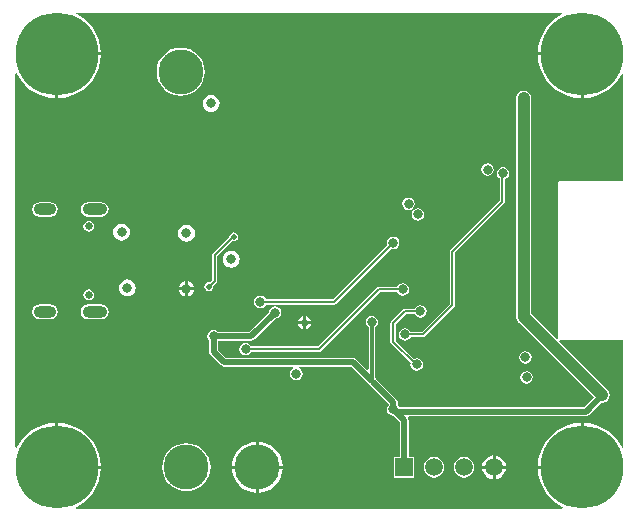
<source format=gbl>
G04*
G04 #@! TF.GenerationSoftware,Altium Limited,Altium Designer,20.0.7 (75)*
G04*
G04 Layer_Physical_Order=4*
G04 Layer_Color=16711680*
%FSLAX44Y44*%
%MOMM*%
G71*
G01*
G75*
%ADD12C,0.2000*%
%ADD60C,0.1820*%
%ADD61C,0.3000*%
%ADD62C,0.5000*%
%ADD65C,1.0000*%
%ADD66C,3.8000*%
%ADD67C,1.5000*%
%ADD68R,1.5000X1.5000*%
%ADD69C,0.6500*%
%ADD70O,1.9000X1.0000*%
%ADD71O,2.1000X1.0000*%
%ADD72C,7.0000*%
%ADD73C,0.5000*%
%ADD74C,0.8000*%
%ADD75C,0.6000*%
G36*
X428394Y383754D02*
X427905Y383552D01*
X422866Y380464D01*
X418373Y376627D01*
X414536Y372134D01*
X411448Y367095D01*
X409187Y361636D01*
X407808Y355891D01*
X407444Y351270D01*
X445000D01*
Y350000D01*
X446270D01*
Y312444D01*
X450891Y312808D01*
X456636Y314187D01*
X462095Y316448D01*
X467134Y319536D01*
X471627Y323373D01*
X475464Y327866D01*
X478552Y332905D01*
X478754Y333394D01*
X480000Y333146D01*
Y242393D01*
X426007D01*
X425050Y241997D01*
X424654Y241040D01*
Y109154D01*
X424129Y108768D01*
X423481Y108531D01*
X401872Y130140D01*
Y312500D01*
X401387Y314939D01*
X400006Y317006D01*
X397939Y318387D01*
X395500Y318873D01*
X393061Y318387D01*
X390994Y317006D01*
X389613Y314939D01*
X389128Y312500D01*
Y127500D01*
X389613Y125061D01*
X390994Y122994D01*
X454790Y59198D01*
X446416Y50823D01*
X289990D01*
X289945Y51048D01*
X288785Y52785D01*
X288727Y52824D01*
Y55167D01*
X288436Y56630D01*
X287607Y57871D01*
X270691Y74787D01*
X270099Y75183D01*
X269804Y75624D01*
Y118559D01*
X270785Y119215D01*
X271945Y120952D01*
X272353Y123000D01*
X271945Y125048D01*
X270785Y126785D01*
X269048Y127945D01*
X267000Y128353D01*
X264952Y127945D01*
X263215Y126785D01*
X262055Y125048D01*
X261647Y123000D01*
X262055Y120952D01*
X263215Y119215D01*
X264196Y118559D01*
Y82942D01*
X263023Y82455D01*
X253775Y91704D01*
X252534Y92532D01*
X251071Y92823D01*
X143584D01*
X136823Y99584D01*
Y107177D01*
X165000D01*
X166463Y107468D01*
X167704Y108296D01*
X185068Y125661D01*
X187048Y126055D01*
X188785Y127215D01*
X189945Y128952D01*
X190353Y131000D01*
X189945Y133048D01*
X188785Y134785D01*
X187048Y135945D01*
X185000Y136353D01*
X182952Y135945D01*
X181215Y134785D01*
X180055Y133048D01*
X179661Y131068D01*
X163416Y114824D01*
X136728D01*
X135048Y115945D01*
X133000Y116353D01*
X130952Y115945D01*
X129215Y114785D01*
X128055Y113048D01*
X127647Y111000D01*
X128055Y108952D01*
X129177Y107273D01*
Y98000D01*
X129468Y96537D01*
X130296Y95296D01*
X139296Y86296D01*
X140537Y85468D01*
X142000Y85176D01*
X142000Y85176D01*
X200478D01*
X200911Y84001D01*
X200893Y83906D01*
X199215Y82785D01*
X198055Y81048D01*
X197647Y79000D01*
X198055Y76952D01*
X199215Y75215D01*
X200952Y74055D01*
X203000Y73647D01*
X205048Y74055D01*
X206785Y75215D01*
X207945Y76952D01*
X208353Y79000D01*
X207945Y81048D01*
X206785Y82785D01*
X205107Y83906D01*
X205089Y84001D01*
X205522Y85176D01*
X249487D01*
X264296Y70367D01*
X264888Y69972D01*
X265284Y69380D01*
X281080Y53583D01*
Y52583D01*
X280055Y51048D01*
X279647Y49000D01*
X280055Y46952D01*
X281215Y45215D01*
X282952Y44055D01*
X284932Y43661D01*
X290377Y38215D01*
Y8750D01*
X285451D01*
Y-8750D01*
X302951D01*
Y8750D01*
X298024D01*
Y39799D01*
X297733Y41262D01*
X297303Y41906D01*
X297982Y43176D01*
X448000D01*
X449463Y43468D01*
X450704Y44296D01*
X461195Y54788D01*
X462000Y54627D01*
X464439Y55113D01*
X466506Y56494D01*
X467887Y58561D01*
X468372Y61000D01*
X467887Y63439D01*
X466506Y65506D01*
X425578Y106434D01*
X425815Y107082D01*
X426201Y107607D01*
X480000D01*
Y16854D01*
X478754Y16607D01*
X478552Y17096D01*
X475464Y22134D01*
X471627Y26627D01*
X467134Y30464D01*
X462095Y33552D01*
X456636Y35813D01*
X450891Y37192D01*
X446270Y37556D01*
Y0D01*
X445000D01*
Y-1270D01*
X407444D01*
X407808Y-5891D01*
X409187Y-11636D01*
X411448Y-17096D01*
X414536Y-22134D01*
X418373Y-26627D01*
X422866Y-30464D01*
X427905Y-33552D01*
X428394Y-33754D01*
X428146Y-35000D01*
X16854D01*
X16606Y-33754D01*
X17096Y-33552D01*
X22134Y-30464D01*
X26627Y-26627D01*
X30464Y-22134D01*
X33552Y-17096D01*
X35813Y-11636D01*
X37192Y-5891D01*
X37556Y-1270D01*
X0D01*
Y0D01*
X-1270D01*
Y37556D01*
X-5891Y37192D01*
X-11636Y35813D01*
X-17096Y33552D01*
X-22134Y30464D01*
X-26627Y26627D01*
X-30464Y22134D01*
X-33552Y17096D01*
X-33754Y16606D01*
X-35000Y16854D01*
Y333146D01*
X-33754Y333394D01*
X-33552Y332905D01*
X-30464Y327866D01*
X-26627Y323373D01*
X-22134Y319536D01*
X-17096Y316448D01*
X-11636Y314187D01*
X-5891Y312808D01*
X-1270Y312444D01*
Y350000D01*
X0D01*
Y351270D01*
X37556D01*
X37192Y355891D01*
X35813Y361636D01*
X33552Y367095D01*
X30464Y372134D01*
X26627Y376627D01*
X22134Y380464D01*
X17096Y383552D01*
X16607Y383754D01*
X16854Y385000D01*
X428146D01*
X428394Y383754D01*
D02*
G37*
%LPC*%
G36*
X105000Y355348D02*
X101030Y354957D01*
X97213Y353799D01*
X93695Y351919D01*
X90612Y349388D01*
X88081Y346305D01*
X86201Y342787D01*
X85043Y338970D01*
X84652Y335000D01*
X85043Y331030D01*
X86201Y327213D01*
X88081Y323695D01*
X90612Y320612D01*
X93695Y318081D01*
X97213Y316201D01*
X101030Y315043D01*
X105000Y314652D01*
X108970Y315043D01*
X112787Y316201D01*
X116305Y318081D01*
X119388Y320612D01*
X121919Y323695D01*
X123799Y327213D01*
X124957Y331030D01*
X125348Y335000D01*
X124957Y338970D01*
X123799Y342787D01*
X121919Y346305D01*
X119388Y349388D01*
X116305Y351919D01*
X112787Y353799D01*
X108970Y354957D01*
X105000Y355348D01*
D02*
G37*
G36*
X443730Y348730D02*
X407444D01*
X407808Y344109D01*
X409187Y338364D01*
X411448Y332905D01*
X414536Y327866D01*
X418373Y323373D01*
X422866Y319536D01*
X427905Y316448D01*
X433364Y314187D01*
X439109Y312808D01*
X443730Y312444D01*
Y348730D01*
D02*
G37*
G36*
X37556D02*
X1270D01*
Y312444D01*
X5891Y312808D01*
X11636Y314187D01*
X17096Y316448D01*
X22134Y319536D01*
X26627Y323373D01*
X30464Y327866D01*
X33552Y332905D01*
X35813Y338364D01*
X37192Y344109D01*
X37556Y348730D01*
D02*
G37*
G36*
X131000Y315060D02*
X129173Y314820D01*
X127470Y314114D01*
X126007Y312992D01*
X124886Y311530D01*
X124180Y309827D01*
X123940Y308000D01*
X124180Y306173D01*
X124886Y304470D01*
X126007Y303008D01*
X127470Y301886D01*
X129173Y301180D01*
X131000Y300940D01*
X132827Y301180D01*
X134530Y301886D01*
X135992Y303008D01*
X137114Y304470D01*
X137820Y306173D01*
X138060Y308000D01*
X137820Y309827D01*
X137114Y311530D01*
X135992Y312992D01*
X134530Y314114D01*
X132827Y314820D01*
X131000Y315060D01*
D02*
G37*
G36*
X365000Y257353D02*
X362952Y256945D01*
X361215Y255785D01*
X360055Y254048D01*
X359647Y252000D01*
X360055Y249952D01*
X361215Y248215D01*
X362952Y247055D01*
X365000Y246647D01*
X367048Y247055D01*
X368785Y248215D01*
X369945Y249952D01*
X370353Y252000D01*
X369945Y254048D01*
X368785Y255785D01*
X367048Y256945D01*
X365000Y257353D01*
D02*
G37*
G36*
X298000Y228353D02*
X295952Y227945D01*
X294215Y226785D01*
X293055Y225048D01*
X292647Y223000D01*
X293055Y220952D01*
X294215Y219215D01*
X295952Y218055D01*
X298000Y217647D01*
X300048Y218055D01*
X301785Y219215D01*
X302945Y220952D01*
X303353Y223000D01*
X302945Y225048D01*
X301785Y226785D01*
X300048Y227945D01*
X298000Y228353D01*
D02*
G37*
G36*
X37686Y224624D02*
X26686D01*
X24247Y224139D01*
X22180Y222757D01*
X20798Y220690D01*
X20313Y218251D01*
X20798Y215812D01*
X22180Y213745D01*
X24247Y212364D01*
X26686Y211879D01*
X37686D01*
X40125Y212364D01*
X42192Y213745D01*
X43573Y215812D01*
X44058Y218251D01*
X43573Y220690D01*
X42192Y222757D01*
X40125Y224139D01*
X37686Y224624D01*
D02*
G37*
G36*
X-5314D02*
X-14314D01*
X-16753Y224139D01*
X-18820Y222757D01*
X-20201Y220690D01*
X-20687Y218251D01*
X-20201Y215812D01*
X-18820Y213745D01*
X-16753Y212364D01*
X-14314Y211879D01*
X-5314D01*
X-2875Y212364D01*
X-808Y213745D01*
X573Y215812D01*
X1058Y218251D01*
X573Y220690D01*
X-808Y222757D01*
X-2875Y224139D01*
X-5314Y224624D01*
D02*
G37*
G36*
X306000Y219353D02*
X303952Y218945D01*
X302215Y217785D01*
X301055Y216048D01*
X300647Y214000D01*
X301055Y211952D01*
X302215Y210215D01*
X303952Y209055D01*
X306000Y208647D01*
X308048Y209055D01*
X309785Y210215D01*
X310945Y211952D01*
X311353Y214000D01*
X310945Y216048D01*
X309785Y217785D01*
X308048Y218945D01*
X306000Y219353D01*
D02*
G37*
G36*
X27187Y208487D02*
X25431Y208138D01*
X23943Y207143D01*
X22948Y205655D01*
X22599Y203899D01*
X22948Y202143D01*
X23943Y200655D01*
X25431Y199660D01*
X27187Y199311D01*
X28943Y199660D01*
X30431Y200655D01*
X31426Y202143D01*
X31775Y203899D01*
X31426Y205655D01*
X30431Y207143D01*
X28943Y208138D01*
X27187Y208487D01*
D02*
G37*
G36*
X55000Y206060D02*
X53173Y205820D01*
X51470Y205114D01*
X50008Y203993D01*
X48885Y202530D01*
X48180Y200827D01*
X47940Y199000D01*
X48180Y197173D01*
X48885Y195470D01*
X50008Y194008D01*
X51470Y192885D01*
X53173Y192180D01*
X55000Y191940D01*
X56827Y192180D01*
X58530Y192885D01*
X59992Y194008D01*
X61115Y195470D01*
X61820Y197173D01*
X62060Y199000D01*
X61820Y200827D01*
X61115Y202530D01*
X59992Y203993D01*
X58530Y205114D01*
X56827Y205820D01*
X55000Y206060D01*
D02*
G37*
G36*
X150000Y198824D02*
X148537Y198532D01*
X147296Y197704D01*
X146468Y196463D01*
X146249Y195363D01*
X132443Y181557D01*
X131965Y180843D01*
X131798Y180000D01*
Y158912D01*
X129591Y156706D01*
X129000Y156824D01*
X127537Y156532D01*
X126296Y155704D01*
X125468Y154463D01*
X125176Y153000D01*
X125468Y151537D01*
X126296Y150296D01*
X127537Y149468D01*
X129000Y149177D01*
X130463Y149468D01*
X131704Y150296D01*
X132532Y151537D01*
X132823Y153000D01*
X132706Y153591D01*
X135557Y156443D01*
X136035Y157157D01*
X136202Y158000D01*
Y179088D01*
X148575Y191460D01*
X150000Y191176D01*
X151463Y191468D01*
X152704Y192296D01*
X153532Y193537D01*
X153823Y195000D01*
X153532Y196463D01*
X152704Y197704D01*
X151463Y198532D01*
X150000Y198824D01*
D02*
G37*
G36*
X110000Y205060D02*
X108173Y204820D01*
X106470Y204114D01*
X105008Y202992D01*
X103885Y201530D01*
X103180Y199827D01*
X102940Y198000D01*
X103180Y196173D01*
X103885Y194470D01*
X105008Y193008D01*
X106470Y191886D01*
X108173Y191180D01*
X110000Y190940D01*
X111827Y191180D01*
X113530Y191886D01*
X114993Y193008D01*
X116115Y194470D01*
X116820Y196173D01*
X117060Y198000D01*
X116820Y199827D01*
X116115Y201530D01*
X114993Y202992D01*
X113530Y204114D01*
X111827Y204820D01*
X110000Y205060D01*
D02*
G37*
G36*
X285000Y195353D02*
X282952Y194945D01*
X281215Y193785D01*
X280055Y192048D01*
X279647Y190000D01*
X279997Y188241D01*
X234050Y142294D01*
X177281D01*
X176285Y143785D01*
X174548Y144945D01*
X172500Y145353D01*
X170452Y144945D01*
X168715Y143785D01*
X167555Y142048D01*
X167147Y140000D01*
X167555Y137952D01*
X168715Y136215D01*
X170452Y135055D01*
X172500Y134647D01*
X174548Y135055D01*
X176285Y136215D01*
X177281Y137706D01*
X235000D01*
X235878Y137880D01*
X236622Y138378D01*
X283241Y184997D01*
X285000Y184647D01*
X287048Y185055D01*
X288785Y186215D01*
X289945Y187952D01*
X290353Y190000D01*
X289945Y192048D01*
X288785Y193785D01*
X287048Y194945D01*
X285000Y195353D01*
D02*
G37*
G36*
X148000Y183060D02*
X146173Y182820D01*
X144470Y182115D01*
X143008Y180992D01*
X141885Y179530D01*
X141180Y177827D01*
X140940Y176000D01*
X141180Y174173D01*
X141885Y172470D01*
X143008Y171008D01*
X144470Y169886D01*
X146173Y169180D01*
X148000Y168940D01*
X149827Y169180D01*
X151530Y169886D01*
X152992Y171008D01*
X154115Y172470D01*
X154820Y174173D01*
X155060Y176000D01*
X154820Y177827D01*
X154115Y179530D01*
X152992Y180992D01*
X151530Y182115D01*
X149827Y182820D01*
X148000Y183060D01*
D02*
G37*
G36*
X111270Y157429D02*
Y152270D01*
X116429D01*
X116372Y152707D01*
X115713Y154298D01*
X114664Y155664D01*
X113298Y156713D01*
X111707Y157372D01*
X111270Y157429D01*
D02*
G37*
G36*
X108730D02*
X108293Y157372D01*
X106702Y156713D01*
X105336Y155664D01*
X104287Y154298D01*
X103628Y152707D01*
X103571Y152270D01*
X108730D01*
Y157429D01*
D02*
G37*
G36*
X293115Y155968D02*
X291067Y155560D01*
X289330Y154400D01*
X288334Y152909D01*
X273115D01*
X272237Y152734D01*
X271493Y152237D01*
X221550Y102294D01*
X164781D01*
X163785Y103785D01*
X162048Y104945D01*
X160000Y105353D01*
X157952Y104945D01*
X156215Y103785D01*
X155055Y102048D01*
X154647Y100000D01*
X155055Y97952D01*
X156215Y96215D01*
X157952Y95055D01*
X160000Y94647D01*
X162048Y95055D01*
X163785Y96215D01*
X164781Y97706D01*
X222500D01*
X223378Y97881D01*
X224122Y98378D01*
X274065Y148321D01*
X288334D01*
X289330Y146830D01*
X291067Y145670D01*
X293115Y145262D01*
X295163Y145670D01*
X296900Y146830D01*
X298060Y148567D01*
X298468Y150615D01*
X298060Y152663D01*
X296900Y154400D01*
X295163Y155560D01*
X293115Y155968D01*
D02*
G37*
G36*
X60000Y159060D02*
X58173Y158820D01*
X56470Y158115D01*
X55008Y156992D01*
X53885Y155530D01*
X53180Y153827D01*
X52940Y152000D01*
X53180Y150173D01*
X53885Y148470D01*
X55008Y147008D01*
X56470Y145885D01*
X58173Y145180D01*
X60000Y144940D01*
X61827Y145180D01*
X63530Y145885D01*
X64992Y147008D01*
X66115Y148470D01*
X66820Y150173D01*
X67060Y152000D01*
X66820Y153827D01*
X66115Y155530D01*
X64992Y156992D01*
X63530Y158115D01*
X61827Y158820D01*
X60000Y159060D01*
D02*
G37*
G36*
X116429Y149730D02*
X111270D01*
Y144571D01*
X111707Y144628D01*
X113298Y145287D01*
X114664Y146336D01*
X115713Y147702D01*
X116372Y149293D01*
X116429Y149730D01*
D02*
G37*
G36*
X108730D02*
X103571D01*
X103628Y149293D01*
X104287Y147702D01*
X105336Y146336D01*
X106702Y145287D01*
X108293Y144628D01*
X108730Y144571D01*
Y149730D01*
D02*
G37*
G36*
X27187Y150687D02*
X25431Y150337D01*
X23943Y149343D01*
X22948Y147854D01*
X22599Y146099D01*
X22948Y144343D01*
X23943Y142854D01*
X25431Y141860D01*
X27187Y141510D01*
X28943Y141860D01*
X30431Y142854D01*
X31426Y144343D01*
X31775Y146099D01*
X31426Y147854D01*
X30431Y149343D01*
X28943Y150337D01*
X27187Y150687D01*
D02*
G37*
G36*
X308000Y137353D02*
X305952Y136945D01*
X304215Y135785D01*
X303219Y134294D01*
X295000D01*
X294122Y134119D01*
X293378Y133622D01*
X283378Y123622D01*
X282880Y122878D01*
X282706Y122000D01*
Y106000D01*
X282880Y105122D01*
X283378Y104378D01*
X299831Y87925D01*
X299647Y87000D01*
X300055Y84952D01*
X301215Y83215D01*
X302952Y82055D01*
X305000Y81647D01*
X307048Y82055D01*
X308785Y83215D01*
X309945Y84952D01*
X310353Y87000D01*
X309945Y89048D01*
X308785Y90785D01*
X307048Y91945D01*
X305000Y92353D01*
X302952Y91945D01*
X302560Y91684D01*
X287294Y106950D01*
Y121050D01*
X295950Y129706D01*
X303219D01*
X304215Y128215D01*
X305952Y127055D01*
X308000Y126647D01*
X310048Y127055D01*
X311785Y128215D01*
X312945Y129952D01*
X313353Y132000D01*
X312945Y134048D01*
X311785Y135785D01*
X310048Y136945D01*
X308000Y137353D01*
D02*
G37*
G36*
X37686Y138121D02*
X26686D01*
X24247Y137636D01*
X22180Y136255D01*
X20798Y134187D01*
X20313Y131749D01*
X20798Y129310D01*
X22180Y127243D01*
X24247Y125862D01*
X26686Y125376D01*
X37686D01*
X40125Y125862D01*
X42192Y127243D01*
X43573Y129310D01*
X44058Y131749D01*
X43573Y134187D01*
X42192Y136255D01*
X40125Y137636D01*
X37686Y138121D01*
D02*
G37*
G36*
X-5314D02*
X-14314D01*
X-16753Y137636D01*
X-18820Y136255D01*
X-20201Y134187D01*
X-20687Y131749D01*
X-20201Y129310D01*
X-18820Y127243D01*
X-16753Y125862D01*
X-14314Y125376D01*
X-5314D01*
X-2875Y125862D01*
X-808Y127243D01*
X573Y129310D01*
X1058Y131749D01*
X573Y134187D01*
X-808Y136255D01*
X-2875Y137636D01*
X-5314Y138121D01*
D02*
G37*
G36*
X211270Y127896D02*
Y123770D01*
X215396D01*
X215219Y124662D01*
X213994Y126494D01*
X212162Y127718D01*
X211270Y127896D01*
D02*
G37*
G36*
X208730D02*
X207838Y127718D01*
X206006Y126494D01*
X204781Y124662D01*
X204604Y123770D01*
X208730D01*
Y127896D01*
D02*
G37*
G36*
X215396Y121230D02*
X211270D01*
Y117104D01*
X212162Y117281D01*
X213994Y118506D01*
X215219Y120338D01*
X215396Y121230D01*
D02*
G37*
G36*
X208730D02*
X204604D01*
X204781Y120338D01*
X206006Y118506D01*
X207838Y117281D01*
X208730Y117104D01*
Y121230D01*
D02*
G37*
G36*
X378000Y254353D02*
X375952Y253945D01*
X374215Y252785D01*
X373055Y251048D01*
X372647Y249000D01*
X373055Y246952D01*
X374215Y245215D01*
X375206Y244553D01*
Y225950D01*
X333378Y184122D01*
X332881Y183378D01*
X332706Y182500D01*
Y138450D01*
X309090Y114834D01*
X299755D01*
X298785Y116285D01*
X297048Y117445D01*
X295000Y117853D01*
X292952Y117445D01*
X291215Y116285D01*
X290055Y114548D01*
X289647Y112500D01*
X290055Y110452D01*
X291215Y108715D01*
X292952Y107555D01*
X295000Y107147D01*
X297048Y107555D01*
X298785Y108715D01*
X299808Y110246D01*
X310040D01*
X310918Y110421D01*
X311662Y110918D01*
X336622Y135878D01*
X337119Y136622D01*
X337294Y137500D01*
Y181550D01*
X379122Y223378D01*
X379619Y224122D01*
X379794Y225000D01*
Y244004D01*
X380048Y244055D01*
X381785Y245215D01*
X382945Y246952D01*
X383353Y249000D01*
X382945Y251048D01*
X381785Y252785D01*
X380048Y253945D01*
X378000Y254353D01*
D02*
G37*
G36*
X397000Y98353D02*
X394952Y97945D01*
X393215Y96785D01*
X392055Y95048D01*
X391647Y93000D01*
X392055Y90952D01*
X393215Y89215D01*
X394952Y88055D01*
X397000Y87647D01*
X399048Y88055D01*
X400785Y89215D01*
X401945Y90952D01*
X402353Y93000D01*
X401945Y95048D01*
X400785Y96785D01*
X399048Y97945D01*
X397000Y98353D01*
D02*
G37*
G36*
X398000Y81353D02*
X395952Y80945D01*
X394215Y79785D01*
X393055Y78048D01*
X392647Y76000D01*
X393055Y73952D01*
X394215Y72215D01*
X395952Y71055D01*
X398000Y70647D01*
X400048Y71055D01*
X401785Y72215D01*
X402945Y73952D01*
X403353Y76000D01*
X402945Y78048D01*
X401785Y79785D01*
X400048Y80945D01*
X398000Y81353D01*
D02*
G37*
G36*
X171270Y21519D02*
Y1270D01*
X191519D01*
X191228Y4223D01*
X189997Y8283D01*
X187997Y12025D01*
X185305Y15305D01*
X182025Y17996D01*
X178283Y19997D01*
X174223Y21228D01*
X171270Y21519D01*
D02*
G37*
G36*
X1270Y37556D02*
Y1270D01*
X37556D01*
X37192Y5891D01*
X35813Y11636D01*
X33552Y17096D01*
X30464Y22134D01*
X26627Y26627D01*
X22134Y30464D01*
X17096Y33552D01*
X11636Y35813D01*
X5891Y37192D01*
X1270Y37556D01*
D02*
G37*
G36*
X371670Y9959D02*
Y1270D01*
X380359D01*
X380182Y2621D01*
X379170Y5063D01*
X377561Y7161D01*
X375463Y8770D01*
X373021Y9782D01*
X371670Y9959D01*
D02*
G37*
G36*
X369130D02*
X367779Y9782D01*
X365337Y8770D01*
X363239Y7161D01*
X361630Y5063D01*
X360619Y2621D01*
X360441Y1270D01*
X369130D01*
Y9959D01*
D02*
G37*
G36*
X168730Y21519D02*
X165777Y21228D01*
X161717Y19997D01*
X157975Y17996D01*
X154695Y15305D01*
X152003Y12025D01*
X150003Y8283D01*
X148772Y4223D01*
X148481Y1270D01*
X168730D01*
Y21519D01*
D02*
G37*
G36*
X443730Y37556D02*
X439109Y37192D01*
X433364Y35813D01*
X427905Y33552D01*
X422866Y30464D01*
X418373Y26627D01*
X414536Y22134D01*
X411448Y17096D01*
X409187Y11636D01*
X407808Y5891D01*
X407444Y1270D01*
X443730D01*
Y37556D01*
D02*
G37*
G36*
X345000Y8826D02*
X342716Y8525D01*
X340587Y7643D01*
X338759Y6241D01*
X337357Y4413D01*
X336475Y2284D01*
X336175Y0D01*
X336475Y-2284D01*
X337357Y-4413D01*
X338759Y-6241D01*
X340587Y-7643D01*
X342716Y-8525D01*
X345000Y-8826D01*
X347284Y-8525D01*
X349413Y-7643D01*
X351241Y-6241D01*
X352643Y-4413D01*
X353525Y-2284D01*
X353825Y0D01*
X353525Y2284D01*
X352643Y4413D01*
X351241Y6241D01*
X349413Y7643D01*
X347284Y8525D01*
X345000Y8826D01*
D02*
G37*
G36*
X319601Y8825D02*
X317317Y8524D01*
X315188Y7643D01*
X313360Y6240D01*
X311958Y4412D01*
X311076Y2284D01*
X310775Y-0D01*
X311076Y-2285D01*
X311958Y-4413D01*
X313360Y-6241D01*
X315188Y-7643D01*
X317317Y-8525D01*
X319601Y-8826D01*
X321885Y-8525D01*
X324014Y-7643D01*
X325841Y-6241D01*
X327244Y-4413D01*
X328126Y-2285D01*
X328426Y-0D01*
X328126Y2284D01*
X327244Y4412D01*
X325841Y6240D01*
X324014Y7643D01*
X321885Y8524D01*
X319601Y8825D01*
D02*
G37*
G36*
X380359Y-1270D02*
X371670D01*
Y-9959D01*
X373021Y-9782D01*
X375463Y-8770D01*
X377561Y-7161D01*
X379170Y-5063D01*
X380182Y-2621D01*
X380359Y-1270D01*
D02*
G37*
G36*
X369130D02*
X360441D01*
X360619Y-2621D01*
X361630Y-5063D01*
X363239Y-7161D01*
X365337Y-8770D01*
X367779Y-9782D01*
X369130Y-9959D01*
Y-1270D01*
D02*
G37*
G36*
X110000Y20368D02*
X106026Y19977D01*
X102205Y18818D01*
X98684Y16935D01*
X95598Y14402D01*
X93065Y11316D01*
X91182Y7794D01*
X90023Y3974D01*
X89632Y0D01*
X90023Y-3974D01*
X91182Y-7794D01*
X93065Y-11316D01*
X95598Y-14402D01*
X98684Y-16935D01*
X102205Y-18818D01*
X106026Y-19977D01*
X110000Y-20368D01*
X113974Y-19977D01*
X117795Y-18818D01*
X121316Y-16935D01*
X124402Y-14402D01*
X126935Y-11316D01*
X128818Y-7794D01*
X129977Y-3974D01*
X130368Y0D01*
X129977Y3974D01*
X128818Y7794D01*
X126935Y11316D01*
X124402Y14402D01*
X121316Y16935D01*
X117795Y18818D01*
X113974Y19977D01*
X110000Y20368D01*
D02*
G37*
G36*
X191519Y-1270D02*
X171270D01*
Y-21519D01*
X174223Y-21228D01*
X178283Y-19997D01*
X182025Y-17996D01*
X185305Y-15305D01*
X187997Y-12025D01*
X189997Y-8283D01*
X191228Y-4223D01*
X191519Y-1270D01*
D02*
G37*
G36*
X168730D02*
X148481D01*
X148772Y-4223D01*
X150003Y-8283D01*
X152003Y-12025D01*
X154695Y-15305D01*
X157975Y-17996D01*
X161717Y-19997D01*
X165777Y-21228D01*
X168730Y-21519D01*
Y-1270D01*
D02*
G37*
%LPD*%
D12*
X285000Y106000D02*
X304000Y87000D01*
X305000D01*
X377500Y225000D02*
Y250000D01*
X160000Y100000D02*
X222500D01*
X172500Y140000D02*
X235000D01*
X285000Y106000D02*
Y122000D01*
X295000Y132000D02*
X308000D01*
X285000Y122000D02*
X295000Y132000D01*
Y112500D02*
X295040Y112540D01*
X310040D02*
X335000Y137500D01*
X295040Y112540D02*
X310040D01*
X335000Y137500D02*
Y182500D01*
X377500Y225000D01*
X235000Y140000D02*
X285000Y190000D01*
X273115Y150615D02*
X293115D01*
X222500Y100000D02*
X273115Y150615D01*
D60*
X134000Y158000D02*
Y180000D01*
X149000Y195000D02*
X150000D01*
X129000Y153000D02*
X134000Y158000D01*
Y180000D02*
X149000Y195000D01*
D61*
X267000Y73071D02*
Y123000D01*
Y73071D02*
X267987Y72084D01*
D62*
X285000Y49000D02*
X287000Y47000D01*
X284904Y49096D02*
X285000Y49000D01*
X267987Y72084D02*
X284904Y55167D01*
X251071Y89000D02*
X267000Y73071D01*
X165000Y111000D02*
X185000Y131000D01*
X133000Y111000D02*
X165000D01*
X142000Y89000D02*
X251071D01*
X284904Y49096D02*
Y55167D01*
X133000Y98000D02*
Y111000D01*
Y98000D02*
X142000Y89000D01*
X287000Y47000D02*
X294201Y39799D01*
Y-0D02*
Y39799D01*
X287000Y47000D02*
X448000D01*
X462000Y61000D01*
D65*
X395500Y127500D02*
Y312500D01*
Y127500D02*
X462000Y61000D01*
D66*
X170000Y0D02*
D03*
X110000D02*
D03*
X105000Y335000D02*
D03*
D67*
X319601Y-0D02*
D03*
X345000Y0D02*
D03*
X370400D02*
D03*
D68*
X294201Y-0D02*
D03*
D69*
X27187Y146099D02*
D03*
Y203899D02*
D03*
D70*
X-9814Y131749D02*
D03*
Y218251D02*
D03*
D71*
X32186Y131749D02*
D03*
Y218251D02*
D03*
D72*
X0Y350000D02*
D03*
X445000D02*
D03*
Y0D02*
D03*
X0D02*
D03*
D73*
X440000Y295000D02*
D03*
X455000Y265000D02*
D03*
X440000Y55000D02*
D03*
X425000Y265000D02*
D03*
X410000Y175000D02*
D03*
Y55000D02*
D03*
X380000Y355000D02*
D03*
Y295000D02*
D03*
Y55000D02*
D03*
X395000Y25000D02*
D03*
X350000Y355000D02*
D03*
X365000Y325000D02*
D03*
X350000Y295000D02*
D03*
Y55000D02*
D03*
X365000Y25000D02*
D03*
X320000Y355000D02*
D03*
X335000Y325000D02*
D03*
Y265000D02*
D03*
Y205000D02*
D03*
Y85000D02*
D03*
Y25000D02*
D03*
X290000Y355000D02*
D03*
X305000Y325000D02*
D03*
Y25000D02*
D03*
X260000Y355000D02*
D03*
X275000Y325000D02*
D03*
Y265000D02*
D03*
X260000Y235000D02*
D03*
X275000Y205000D02*
D03*
X260000Y115000D02*
D03*
X275000Y85000D02*
D03*
X260000Y55000D02*
D03*
X275000Y25000D02*
D03*
X260000Y-5000D02*
D03*
X230000Y355000D02*
D03*
Y295000D02*
D03*
X245000Y265000D02*
D03*
X230000Y235000D02*
D03*
X245000Y205000D02*
D03*
X230000Y55000D02*
D03*
X245000Y25000D02*
D03*
X230000Y-5000D02*
D03*
X200000Y355000D02*
D03*
X215000Y325000D02*
D03*
X200000Y295000D02*
D03*
X215000Y265000D02*
D03*
X200000Y235000D02*
D03*
X215000Y205000D02*
D03*
X200000Y55000D02*
D03*
X215000Y25000D02*
D03*
X200000Y-5000D02*
D03*
X170000Y355000D02*
D03*
X185000Y325000D02*
D03*
Y265000D02*
D03*
X170000Y235000D02*
D03*
X185000Y205000D02*
D03*
Y145000D02*
D03*
Y25000D02*
D03*
X140000Y355000D02*
D03*
X155000Y325000D02*
D03*
Y205000D02*
D03*
Y25000D02*
D03*
X140000Y-5000D02*
D03*
X110000Y115000D02*
D03*
X125000Y25000D02*
D03*
X80000Y355000D02*
D03*
Y295000D02*
D03*
Y235000D02*
D03*
X95000Y25000D02*
D03*
X80000Y-5000D02*
D03*
X50000Y355000D02*
D03*
X65000Y325000D02*
D03*
X50000Y295000D02*
D03*
Y235000D02*
D03*
Y115000D02*
D03*
X65000Y25000D02*
D03*
X50000Y-5000D02*
D03*
X35000Y325000D02*
D03*
X20000Y295000D02*
D03*
X35000Y265000D02*
D03*
X20000Y235000D02*
D03*
Y175000D02*
D03*
Y115000D02*
D03*
X35000Y85000D02*
D03*
X20000Y55000D02*
D03*
X35000Y25000D02*
D03*
X-10000Y295000D02*
D03*
X5000Y265000D02*
D03*
X-10000Y235000D02*
D03*
X5000Y205000D02*
D03*
X-10000Y175000D02*
D03*
X5000Y145000D02*
D03*
X-10000Y115000D02*
D03*
X5000Y85000D02*
D03*
X-10000Y55000D02*
D03*
X150000Y195000D02*
D03*
X129000Y153000D02*
D03*
D74*
X305000Y87000D02*
D03*
X60000Y152000D02*
D03*
X267000Y123000D02*
D03*
X203000Y79000D02*
D03*
X160000Y100000D02*
D03*
X133000Y111000D02*
D03*
X172500Y140000D02*
D03*
X185000Y131000D02*
D03*
X285000Y49000D02*
D03*
X462000Y61000D02*
D03*
X365000Y252000D02*
D03*
X397000Y93000D02*
D03*
X306000Y214000D02*
D03*
X298000Y223000D02*
D03*
X398000Y76000D02*
D03*
X308000Y132000D02*
D03*
X378000Y249000D02*
D03*
X295000Y112500D02*
D03*
X285000Y190000D02*
D03*
X293115Y150615D02*
D03*
X148000Y176000D02*
D03*
X55000Y199000D02*
D03*
X131000Y308000D02*
D03*
X110000Y151000D02*
D03*
Y198000D02*
D03*
D75*
X210000Y122500D02*
D03*
X395500Y312500D02*
D03*
M02*

</source>
